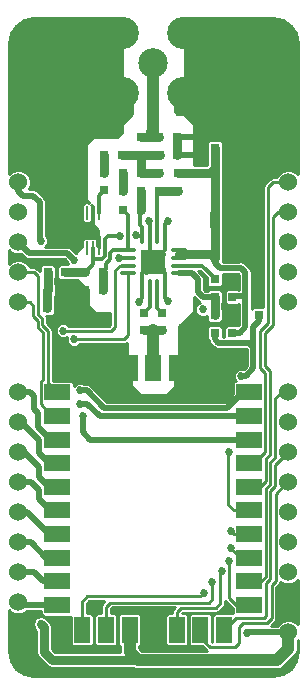
<source format=gtl>
%FSLAX46Y46*%
G04 Gerber Fmt 4.6, Leading zero omitted, Abs format (unit mm)*
G04 Created by KiCad (PCBNEW (2014-jul-16 BZR unknown)-product) date Fri 13 Mar 2015 08:43:45 PM CET*
%MOMM*%
G01*
G04 APERTURE LIST*
%ADD10C,0.150000*%
%ADD11R,0.889000X1.397000*%
%ADD12R,0.762000X0.787400*%
%ADD13R,0.787400X0.762000*%
%ADD14O,0.300000X1.500760*%
%ADD15O,1.500760X0.300000*%
%ADD16R,2.000000X2.000000*%
%ADD17R,2.200000X1.400000*%
%ADD18R,1.400000X2.200000*%
%ADD19C,1.524000*%
%ADD20C,2.499360*%
%ADD21C,2.700020*%
%ADD22R,0.220000X1.200000*%
%ADD23C,0.685800*%
%ADD24C,0.254000*%
%ADD25C,0.508000*%
%ADD26C,0.762000*%
%ADD27C,0.304800*%
%ADD28C,1.016000*%
G04 APERTURE END LIST*
D10*
D11*
X204414300Y-62312960D03*
X202509300Y-62312960D03*
D12*
X198077000Y-71637300D03*
X198077000Y-70138700D03*
X196553000Y-71637300D03*
X196553000Y-70138700D03*
D13*
X202514380Y-65503200D03*
X204012980Y-65503200D03*
X202534700Y-64030000D03*
X204033300Y-64030000D03*
X202509300Y-70324120D03*
X204007900Y-70324120D03*
X194762300Y-61444280D03*
X196260900Y-61444280D03*
X202529620Y-60575600D03*
X204028220Y-60575600D03*
D12*
X197838240Y-59821220D03*
X197838240Y-58322620D03*
D13*
X202524540Y-59107480D03*
X204023140Y-59107480D03*
X196255820Y-59879640D03*
X194757220Y-59879640D03*
X202544860Y-56191560D03*
X204043460Y-56191560D03*
X199329300Y-55270000D03*
X197830700Y-55270000D03*
X202534700Y-57649520D03*
X204033300Y-57649520D03*
X199354620Y-56775760D03*
X197856020Y-56775760D03*
X204007900Y-71863360D03*
X202509300Y-71863360D03*
X204023140Y-68820440D03*
X202524540Y-68820440D03*
D12*
X199382560Y-58312460D03*
X199382560Y-59811060D03*
D13*
X196255820Y-58304840D03*
X194757220Y-58304840D03*
D12*
X196240000Y-56759300D03*
X196240000Y-55260700D03*
D13*
X204012980Y-67326920D03*
X202514380Y-67326920D03*
D12*
X206300000Y-70319300D03*
X206300000Y-68820700D03*
D14*
X198310320Y-63693940D03*
X197660320Y-63693940D03*
X197010320Y-63693940D03*
X196360320Y-63693940D03*
D15*
X195185700Y-64868560D03*
X195185700Y-65518560D03*
X195185700Y-66168560D03*
X195185700Y-66818560D03*
D14*
X196360320Y-67993180D03*
X197010320Y-67993180D03*
X197660320Y-67993180D03*
X198310320Y-67993180D03*
D15*
X199484940Y-66818560D03*
X199484940Y-66168560D03*
X199484940Y-65518560D03*
X199484940Y-64868560D03*
D16*
X197335320Y-65843560D03*
D17*
X189210000Y-76900000D03*
X189210000Y-78900000D03*
X189210000Y-80900000D03*
X189210000Y-82900000D03*
X189210000Y-84900000D03*
X189210000Y-86900000D03*
X189210000Y-88900000D03*
X189210000Y-90900000D03*
X189210000Y-92900000D03*
X189210000Y-94900000D03*
D18*
X191310000Y-97000000D03*
X193310000Y-97000000D03*
X195310000Y-97000000D03*
X197310000Y-97000000D03*
X199310000Y-97000000D03*
X201310000Y-97000000D03*
X203310000Y-97000000D03*
D17*
X205410000Y-94900000D03*
X205410000Y-92900000D03*
X205410000Y-90900000D03*
X205410000Y-88900000D03*
X205410000Y-86900000D03*
X205410000Y-84900000D03*
X205410000Y-82900000D03*
X205410000Y-80900000D03*
X205410000Y-78900000D03*
X205410000Y-76900000D03*
D18*
X203310000Y-74800000D03*
X201310000Y-74800000D03*
X199310000Y-74800000D03*
X197310000Y-74800000D03*
X195310000Y-74800000D03*
X193310000Y-74800000D03*
X191310000Y-74800000D03*
D19*
X185890000Y-59100000D03*
X185890000Y-61640000D03*
X185890000Y-64180000D03*
X185890000Y-66720000D03*
X185890000Y-69260000D03*
X185890000Y-76880000D03*
X185890000Y-79420000D03*
X185890000Y-81960000D03*
X185890000Y-84500000D03*
X185890000Y-87040000D03*
X185890000Y-89580000D03*
X185890000Y-92120000D03*
X185890000Y-94660000D03*
X185890000Y-97200000D03*
X208750000Y-59100000D03*
X208750000Y-61640000D03*
X208750000Y-64180000D03*
X208750000Y-66720000D03*
X208750000Y-69260000D03*
X208750000Y-76880000D03*
X208750000Y-79420000D03*
X208750000Y-81960000D03*
X208750000Y-84500000D03*
X208750000Y-87040000D03*
X208750000Y-89580000D03*
X208750000Y-92120000D03*
X208750000Y-94660000D03*
X208750000Y-97200000D03*
D20*
X197330000Y-48970000D03*
D21*
X199870000Y-46430000D03*
X194790000Y-46430000D03*
X194790000Y-51510000D03*
X199870000Y-51510000D03*
D13*
X194669300Y-56770000D03*
X193170700Y-56770000D03*
X188380700Y-68230000D03*
X189879300Y-68230000D03*
X191530700Y-66730000D03*
X193029300Y-66730000D03*
X188350700Y-69750000D03*
X189849300Y-69750000D03*
X193049300Y-68230000D03*
X191550700Y-68230000D03*
D12*
X193170000Y-59789300D03*
X193170000Y-58290700D03*
D13*
X188380700Y-66730000D03*
X189879300Y-66730000D03*
D22*
X192700000Y-61700000D03*
X192200000Y-61700000D03*
X191700000Y-61700000D03*
X191700000Y-64700000D03*
X192200000Y-64700000D03*
X192700000Y-64700000D03*
D23*
X201506000Y-69872000D03*
X202320000Y-92980000D03*
X207690000Y-57770000D03*
X207650000Y-54410000D03*
X203780000Y-54330000D03*
X203810000Y-50420000D03*
X207620000Y-50420000D03*
X207570000Y-46330000D03*
X203780000Y-46380000D03*
X190600000Y-62070000D03*
X190580000Y-58140000D03*
X186970000Y-58090000D03*
X186970000Y-54330000D03*
X190580000Y-54310000D03*
X190530000Y-50390000D03*
X186970000Y-50320000D03*
X186970000Y-46410000D03*
X190550000Y-46410000D03*
X206300000Y-67660000D03*
X192200000Y-63140000D03*
X201090000Y-55250000D03*
X201320000Y-76560000D03*
X199330000Y-76540000D03*
X195320000Y-76510000D03*
X193300000Y-76520000D03*
X197320000Y-95420000D03*
X197970320Y-66483640D03*
X196680000Y-66498880D03*
X196680000Y-65183160D03*
X197944920Y-65223800D03*
X197335320Y-65843560D03*
X203461800Y-70903240D03*
X205244880Y-56938320D03*
X205239800Y-58447080D03*
X205209320Y-59915200D03*
X205488720Y-62338360D03*
X205031520Y-64771680D03*
X203477040Y-67855240D03*
X201094520Y-56755440D03*
X196075480Y-69206520D03*
X198595160Y-69181120D03*
X196934000Y-62353600D03*
X198574840Y-62348520D03*
X205280000Y-97310000D03*
X204760000Y-75510000D03*
X187790000Y-96510000D03*
X188350700Y-68910000D03*
X203710000Y-81930000D03*
X203870000Y-88620000D03*
X190600000Y-72420000D03*
X190610000Y-65690000D03*
X191100000Y-76720000D03*
X203890000Y-90110000D03*
X203760000Y-91140000D03*
X201640000Y-93850000D03*
X189690000Y-71670000D03*
X191140000Y-77880000D03*
X194420000Y-65520000D03*
X187820000Y-64070000D03*
X191370000Y-78910000D03*
X203120000Y-92030000D03*
X195870000Y-63600000D03*
X194460000Y-63630000D03*
D24*
X193310000Y-97000000D02*
X193310000Y-95040000D01*
X202290000Y-93010000D02*
X202320000Y-92980000D01*
X202290000Y-94400000D02*
X202290000Y-93010000D01*
X202000000Y-94690000D02*
X202290000Y-94400000D01*
X193660000Y-94690000D02*
X202000000Y-94690000D01*
X193310000Y-95040000D02*
X193660000Y-94690000D01*
D25*
X203860000Y-54410000D02*
X207650000Y-54410000D01*
X203780000Y-54330000D02*
X203860000Y-54410000D01*
X207620000Y-50420000D02*
X203810000Y-50420000D01*
X203830000Y-46330000D02*
X207570000Y-46330000D01*
X203780000Y-46380000D02*
X203830000Y-46330000D01*
X194790000Y-46430000D02*
X190570000Y-46430000D01*
X190600000Y-58160000D02*
X190600000Y-62070000D01*
X190580000Y-58140000D02*
X190600000Y-58160000D01*
X186970000Y-54330000D02*
X186970000Y-58090000D01*
X190580000Y-50440000D02*
X190580000Y-54310000D01*
X190530000Y-50390000D02*
X190580000Y-50440000D01*
X186970000Y-46410000D02*
X186970000Y-50320000D01*
X190570000Y-46430000D02*
X190550000Y-46410000D01*
X206300000Y-68820700D02*
X206300000Y-67660000D01*
X199329300Y-55270000D02*
X201070000Y-55270000D01*
X201070000Y-55270000D02*
X201090000Y-55250000D01*
D26*
X199329300Y-55270000D02*
X199329300Y-56750440D01*
X199329300Y-56750440D02*
X199354620Y-56775760D01*
D25*
X201310000Y-74800000D02*
X201310000Y-76550000D01*
X201310000Y-76550000D02*
X201320000Y-76560000D01*
X199310000Y-74800000D02*
X199310000Y-76520000D01*
X199310000Y-76520000D02*
X199330000Y-76540000D01*
X195310000Y-74800000D02*
X195310000Y-76500000D01*
X195310000Y-76500000D02*
X195320000Y-76510000D01*
X193310000Y-74800000D02*
X193310000Y-76510000D01*
X193310000Y-76510000D02*
X193300000Y-76520000D01*
D26*
X197310000Y-97000000D02*
X197310000Y-95430000D01*
X197310000Y-95430000D02*
X197320000Y-95420000D01*
D24*
X192200000Y-61700000D02*
X192200000Y-63140000D01*
X192700000Y-63640000D02*
X192700000Y-64700000D01*
X192200000Y-63140000D02*
X192700000Y-63640000D01*
D26*
X189849300Y-69750000D02*
X189849300Y-68260000D01*
X189849300Y-68260000D02*
X189879300Y-68230000D01*
X189879300Y-68230000D02*
X191550700Y-68230000D01*
X197970320Y-66483640D02*
X197335320Y-65848640D01*
X197335320Y-65848640D02*
X197335320Y-65843560D01*
X196680000Y-66498880D02*
X197335320Y-65843560D01*
X196680000Y-65183160D02*
X197335320Y-65838480D01*
X197335320Y-65838480D02*
X197335320Y-65843560D01*
X197944920Y-65223800D02*
X197335320Y-65833400D01*
X197335320Y-65833400D02*
X197335320Y-65843560D01*
D27*
X198310320Y-67993180D02*
X198310320Y-66818560D01*
X198310320Y-66818560D02*
X197335320Y-65843560D01*
X196360320Y-67993180D02*
X196360320Y-66818560D01*
X196360320Y-66818560D02*
X197335320Y-65843560D01*
X198310320Y-63693940D02*
X198310320Y-64868560D01*
X198310320Y-64868560D02*
X197335320Y-65843560D01*
X197010320Y-63693940D02*
X197010320Y-65518560D01*
X197010320Y-65518560D02*
X197335320Y-65843560D01*
D26*
X204007900Y-70324120D02*
X204007900Y-70357140D01*
X204007900Y-70357140D02*
X203461800Y-70903240D01*
X204043460Y-56953560D02*
X205229640Y-56953560D01*
X205229640Y-56953560D02*
X205244880Y-56938320D01*
X204033300Y-58416600D02*
X205209320Y-58416600D01*
X205209320Y-58416600D02*
X205239800Y-58447080D01*
X204023140Y-59859320D02*
X205153440Y-59859320D01*
X205153440Y-59859320D02*
X205209320Y-59915200D01*
X204414300Y-62312960D02*
X205463320Y-62312960D01*
X205463320Y-62312960D02*
X205488720Y-62338360D01*
X204033300Y-64751360D02*
X205011200Y-64751360D01*
X205011200Y-64751360D02*
X205031520Y-64771680D01*
X204012980Y-67326920D02*
X204005360Y-67326920D01*
X204005360Y-67326920D02*
X203477040Y-67855240D01*
D25*
X199354620Y-56775760D02*
X201074200Y-56775760D01*
X201074200Y-56775760D02*
X201094520Y-56755440D01*
D27*
X196360320Y-67993180D02*
X196360320Y-68921680D01*
X196360320Y-68921680D02*
X196075480Y-69206520D01*
X198310320Y-67993180D02*
X198310320Y-68896280D01*
X198310320Y-68896280D02*
X198595160Y-69181120D01*
X197010320Y-63693940D02*
X197010320Y-62429920D01*
X197010320Y-62429920D02*
X196934000Y-62353600D01*
X198310320Y-63693940D02*
X198310320Y-62613040D01*
X198310320Y-62613040D02*
X198574840Y-62348520D01*
X198310320Y-67993180D02*
X198310320Y-68723560D01*
D26*
X204033300Y-64030000D02*
X204033300Y-64751360D01*
X204033300Y-64751360D02*
X204033300Y-65482880D01*
X204033300Y-65482880D02*
X204012980Y-65503200D01*
X204033300Y-65482880D02*
X204012980Y-65503200D01*
X204033300Y-64030000D02*
X204033300Y-62693960D01*
X204033300Y-62693960D02*
X204414300Y-62312960D01*
X204028220Y-60575600D02*
X204028220Y-61926880D01*
X204028220Y-61926880D02*
X204414300Y-62312960D01*
X204023140Y-59107480D02*
X204023140Y-59859320D01*
X204023140Y-59859320D02*
X204023140Y-60570520D01*
X204023140Y-60570520D02*
X204028220Y-60575600D01*
X204033300Y-57649520D02*
X204033300Y-58416600D01*
X204033300Y-58416600D02*
X204033300Y-59097320D01*
X204033300Y-59097320D02*
X204023140Y-59107480D01*
X204043460Y-56191560D02*
X204043460Y-56953560D01*
X204043460Y-56953560D02*
X204043460Y-57639360D01*
X204043460Y-57639360D02*
X204033300Y-57649520D01*
D25*
X202509300Y-71863360D02*
X202509300Y-72399300D01*
X205450000Y-72720000D02*
X205790000Y-73060000D01*
X202830000Y-72720000D02*
X205450000Y-72720000D01*
X202509300Y-72399300D02*
X202830000Y-72720000D01*
X206300000Y-70319300D02*
X206300000Y-70860000D01*
X205390000Y-97200000D02*
X208750000Y-97200000D01*
X205280000Y-97310000D02*
X205390000Y-97200000D01*
X205150000Y-75510000D02*
X204760000Y-75510000D01*
X205790000Y-74870000D02*
X205150000Y-75510000D01*
X205790000Y-71370000D02*
X205790000Y-73060000D01*
X205790000Y-73060000D02*
X205790000Y-74870000D01*
X206300000Y-70860000D02*
X205790000Y-71370000D01*
D26*
X188750000Y-99570000D02*
X196040000Y-99570000D01*
X188080000Y-98900000D02*
X188750000Y-99570000D01*
X188080000Y-96800000D02*
X188080000Y-98900000D01*
X187790000Y-96510000D02*
X188080000Y-96800000D01*
D28*
X195310000Y-97000000D02*
X195310000Y-98840000D01*
X195310000Y-98840000D02*
X196040000Y-99570000D01*
X208750000Y-98600000D02*
X208750000Y-97200000D01*
X196040000Y-99570000D02*
X207780000Y-99570000D01*
X207780000Y-99570000D02*
X208750000Y-98600000D01*
D26*
X188380700Y-68230000D02*
X188380700Y-66730000D01*
X188350700Y-69750000D02*
X188350700Y-68910000D01*
X188350700Y-68910000D02*
X188350700Y-68260000D01*
X188350700Y-68260000D02*
X188380700Y-68230000D01*
D25*
X205107720Y-68764560D02*
X204079020Y-68764560D01*
X204079020Y-68764560D02*
X204023140Y-68820440D01*
X205107720Y-66732560D02*
X205107720Y-68764560D01*
X205107720Y-68764560D02*
X205107720Y-71401080D01*
X204706400Y-66331240D02*
X205107720Y-66732560D01*
X204645440Y-71863360D02*
X204007900Y-71863360D01*
X205107720Y-71401080D02*
X204645440Y-71863360D01*
X202514380Y-65503200D02*
X202514380Y-65942620D01*
X202938560Y-66366800D02*
X204706400Y-66366800D01*
X202514380Y-65942620D02*
X202938560Y-66366800D01*
D24*
X202514380Y-65503200D02*
X202608360Y-65503200D01*
X203929160Y-68820440D02*
X204023140Y-68820440D01*
D26*
X199382560Y-58312460D02*
X202102900Y-58312460D01*
X202102900Y-58312460D02*
X202534700Y-57880660D01*
X202534700Y-57880660D02*
X202534700Y-57649520D01*
X199484940Y-65188240D02*
X202199420Y-65188240D01*
X202199420Y-65188240D02*
X202514380Y-65503200D01*
D27*
X199484940Y-65518560D02*
X199484940Y-65188240D01*
X199484940Y-65188240D02*
X199484940Y-64868560D01*
D26*
X202529620Y-60575600D02*
X202529620Y-62292640D01*
X202529620Y-62292640D02*
X202509300Y-62312960D01*
X202524540Y-59107480D02*
X202524540Y-60570520D01*
X202524540Y-60570520D02*
X202529620Y-60575600D01*
X202534700Y-57649520D02*
X202534700Y-59097320D01*
X202534700Y-59097320D02*
X202524540Y-59107480D01*
X202544860Y-56191560D02*
X202544860Y-57639360D01*
X202544860Y-57639360D02*
X202534700Y-57649520D01*
X202534700Y-64030000D02*
X202534700Y-62338360D01*
X202534700Y-62338360D02*
X202509300Y-62312960D01*
X202534700Y-64030000D02*
X202534700Y-65482880D01*
X202534700Y-65482880D02*
X202514380Y-65503200D01*
D28*
X197310000Y-74800000D02*
X197310000Y-71637300D01*
X197310000Y-71637300D02*
X197315000Y-71637300D01*
D26*
X196553000Y-71637300D02*
X197315000Y-71637300D01*
X197315000Y-71637300D02*
X198077000Y-71637300D01*
D27*
X197660320Y-67993180D02*
X197660320Y-69722020D01*
X197660320Y-69722020D02*
X198077000Y-70138700D01*
X197010320Y-67993180D02*
X197010320Y-69681380D01*
X197010320Y-69681380D02*
X196553000Y-70138700D01*
D26*
X202509300Y-70324120D02*
X202509300Y-68835680D01*
X202509300Y-68835680D02*
X202524540Y-68820440D01*
D25*
X199484940Y-66818560D02*
X200606480Y-66818560D01*
X201495840Y-68820440D02*
X202524540Y-68820440D01*
X201094520Y-68419120D02*
X201495840Y-68820440D01*
X201094520Y-67306600D02*
X201094520Y-68419120D01*
X200606480Y-66818560D02*
X201094520Y-67306600D01*
D27*
X197660320Y-63693940D02*
X197660320Y-59999140D01*
X197660320Y-59999140D02*
X197838240Y-59821220D01*
D26*
X197838240Y-59821220D02*
X199372400Y-59821220D01*
X199372400Y-59821220D02*
X199382560Y-59811060D01*
X194757220Y-58304840D02*
X194757220Y-59879640D01*
D25*
X197250000Y-54850000D02*
X197410700Y-54850000D01*
D28*
X197330000Y-54770000D02*
X197250000Y-54850000D01*
X197330000Y-48970000D02*
X197330000Y-54770000D01*
D25*
X197410700Y-54850000D02*
X197830700Y-55270000D01*
D26*
X196240000Y-55260700D02*
X197821400Y-55260700D01*
X197821400Y-55260700D02*
X197830700Y-55270000D01*
D27*
X199484940Y-66168560D02*
X201465240Y-66168560D01*
X201465240Y-66168560D02*
X202514380Y-67217700D01*
X202514380Y-67217700D02*
X202514380Y-67326920D01*
D24*
X205410000Y-86900000D02*
X204140000Y-86900000D01*
X203670000Y-81970000D02*
X203710000Y-81930000D01*
X203670000Y-86430000D02*
X203670000Y-81970000D01*
X204140000Y-86900000D02*
X203670000Y-86430000D01*
X205410000Y-86900000D02*
X206220000Y-86900000D01*
X205410000Y-88900000D02*
X204150000Y-88900000D01*
X204150000Y-88900000D02*
X203870000Y-88620000D01*
X205410000Y-88900000D02*
X205970000Y-88900000D01*
D25*
X185890000Y-79420000D02*
X186100000Y-79420000D01*
X186100000Y-79420000D02*
X187630000Y-80950000D01*
X187630000Y-80950000D02*
X187630000Y-82070000D01*
X187630000Y-82070000D02*
X188460000Y-82900000D01*
X188460000Y-82900000D02*
X189210000Y-82900000D01*
D24*
X188760000Y-82900000D02*
X189210000Y-82900000D01*
D25*
X185890000Y-76880000D02*
X186896598Y-76880000D01*
X187580000Y-79800000D02*
X188680000Y-80900000D01*
X187580000Y-78670000D02*
X187580000Y-79800000D01*
X187220000Y-78310000D02*
X187580000Y-78670000D01*
X187220000Y-77203402D02*
X187220000Y-78310000D01*
X186896598Y-76880000D02*
X187220000Y-77203402D01*
X188680000Y-80900000D02*
X189210000Y-80900000D01*
D24*
X188730000Y-80900000D02*
X189210000Y-80900000D01*
X185890000Y-69260000D02*
X186843598Y-69260000D01*
X187790000Y-77910000D02*
X188780000Y-78900000D01*
X187790000Y-75990000D02*
X187790000Y-77910000D01*
X187993598Y-75786402D02*
X187790000Y-75990000D01*
X187993598Y-71860000D02*
X187993598Y-75786402D01*
X187520000Y-71386402D02*
X187993598Y-71860000D01*
X187520000Y-70846402D02*
X187520000Y-71386402D01*
X187143598Y-70470000D02*
X187520000Y-70846402D01*
X187143598Y-69560000D02*
X187143598Y-70470000D01*
X186843598Y-69260000D02*
X187143598Y-69560000D01*
X188780000Y-78900000D02*
X189210000Y-78900000D01*
D25*
X185890000Y-69260000D02*
X185890000Y-69783950D01*
X188710000Y-78900000D02*
X189210000Y-78900000D01*
D24*
X185890000Y-66720000D02*
X187210000Y-66720000D01*
X188400000Y-76090000D02*
X189210000Y-76900000D01*
X188400000Y-71680000D02*
X188400000Y-76090000D01*
X187930000Y-71210000D02*
X188400000Y-71680000D01*
X187930000Y-70680000D02*
X187930000Y-71210000D01*
X187550000Y-70300000D02*
X187930000Y-70680000D01*
X187550000Y-67060000D02*
X187550000Y-70300000D01*
X187210000Y-66720000D02*
X187550000Y-67060000D01*
D25*
X189290000Y-76820000D02*
X189210000Y-76900000D01*
X191100000Y-76720000D02*
X191670000Y-76720000D01*
X203580402Y-78239598D02*
X204920000Y-76900000D01*
X193189598Y-78239598D02*
X203580402Y-78239598D01*
X191670000Y-76720000D02*
X193189598Y-78239598D01*
X204920000Y-76900000D02*
X205410000Y-76900000D01*
X188450000Y-65110000D02*
X190030000Y-65110000D01*
X190030000Y-65110000D02*
X190610000Y-65690000D01*
D24*
X195185700Y-70170000D02*
X195185700Y-72064300D01*
X194830000Y-72420000D02*
X190600000Y-72420000D01*
X195185700Y-72064300D02*
X194830000Y-72420000D01*
X195185700Y-66818560D02*
X195185700Y-70170000D01*
D25*
X185890000Y-64180000D02*
X186820000Y-65110000D01*
X188450000Y-65110000D02*
X186820000Y-65110000D01*
D24*
X203890000Y-90110000D02*
X204680000Y-90900000D01*
X204680000Y-90900000D02*
X205410000Y-90900000D01*
X205410000Y-90900000D02*
X205560000Y-90900000D01*
X206180000Y-90900000D02*
X205410000Y-90900000D01*
X206830000Y-86830000D02*
X206830000Y-92520000D01*
X206830000Y-92520000D02*
X206450000Y-92900000D01*
X206450000Y-92900000D02*
X205410000Y-92900000D01*
X207602804Y-77437196D02*
X208160000Y-76880000D01*
X207602804Y-82457196D02*
X207602804Y-77437196D01*
X207233772Y-82826228D02*
X207602804Y-82457196D01*
X207233772Y-84666228D02*
X207233772Y-82826228D01*
X206830000Y-85070000D02*
X207233772Y-84666228D01*
X206830000Y-86830000D02*
X206830000Y-85070000D01*
X208160000Y-76880000D02*
X208750000Y-76880000D01*
X205410000Y-94900000D02*
X204340000Y-94900000D01*
X204340000Y-94900000D02*
X203760000Y-94320000D01*
X203760000Y-94320000D02*
X203760000Y-91140000D01*
X205410000Y-94900000D02*
X205980000Y-94900000D01*
X191310000Y-97000000D02*
X191310000Y-94610000D01*
X201310000Y-94180000D02*
X201640000Y-93850000D01*
X191740000Y-94180000D02*
X201310000Y-94180000D01*
X191310000Y-94610000D02*
X191740000Y-94180000D01*
D26*
X193170000Y-58290700D02*
X193170000Y-56770700D01*
X193170000Y-56770700D02*
X193170700Y-56770000D01*
D25*
X185890000Y-81960000D02*
X186380000Y-81960000D01*
X186380000Y-81960000D02*
X187670000Y-83250000D01*
X187670000Y-83250000D02*
X187670000Y-84080000D01*
X187670000Y-84080000D02*
X188490000Y-84900000D01*
X188490000Y-84900000D02*
X189210000Y-84900000D01*
D24*
X188770000Y-84900000D02*
X189210000Y-84900000D01*
D25*
X185890000Y-84500000D02*
X186940000Y-84500000D01*
X187620000Y-85920000D02*
X188600000Y-86900000D01*
X187620000Y-85180000D02*
X187620000Y-85920000D01*
X186940000Y-84500000D02*
X187620000Y-85180000D01*
X188600000Y-86900000D02*
X189210000Y-86900000D01*
X185890000Y-87040000D02*
X186670000Y-87040000D01*
X186670000Y-87040000D02*
X188530000Y-88900000D01*
X188530000Y-88900000D02*
X189210000Y-88900000D01*
X185890000Y-89580000D02*
X186930000Y-89580000D01*
X186930000Y-89580000D02*
X188250000Y-90900000D01*
X188250000Y-90900000D02*
X189210000Y-90900000D01*
X185890000Y-92120000D02*
X187200000Y-92120000D01*
X187980000Y-92900000D02*
X189210000Y-92900000D01*
X187200000Y-92120000D02*
X187980000Y-92900000D01*
X189210000Y-94900000D02*
X186130000Y-94900000D01*
X186130000Y-94900000D02*
X185890000Y-94660000D01*
X205410000Y-78900000D02*
X192770000Y-78900000D01*
X192770000Y-78900000D02*
X191750000Y-77880000D01*
X189690000Y-71680000D02*
X189620000Y-71680000D01*
X189690000Y-71670000D02*
X189690000Y-71680000D01*
X191140000Y-77880000D02*
X191750000Y-77880000D01*
D24*
X195185700Y-66168560D02*
X194471440Y-66168560D01*
X194471440Y-66168560D02*
X194100000Y-66540000D01*
X193770000Y-71680000D02*
X189620000Y-71680000D01*
X194100000Y-71350000D02*
X193770000Y-71680000D01*
X194100000Y-66540000D02*
X194100000Y-71350000D01*
D25*
X204320000Y-78900000D02*
X205410000Y-78900000D01*
D24*
X195185700Y-65518560D02*
X194421440Y-65518560D01*
X194421440Y-65518560D02*
X194420000Y-65520000D01*
D25*
X205410000Y-80900000D02*
X192000000Y-80900000D01*
X185890000Y-59880000D02*
X185890000Y-59100000D01*
X186250000Y-60240000D02*
X185890000Y-59880000D01*
X187150000Y-60240000D02*
X186250000Y-60240000D01*
X187710000Y-60800000D02*
X187150000Y-60240000D01*
X187710000Y-63960000D02*
X187710000Y-60800000D01*
X187820000Y-64070000D02*
X187710000Y-63960000D01*
X191370000Y-80270000D02*
X191370000Y-78910000D01*
X192000000Y-80900000D02*
X191370000Y-80270000D01*
D24*
X206790000Y-75380000D02*
X206790000Y-75300000D01*
X206363598Y-71696402D02*
X206680000Y-71380000D01*
X206363598Y-74873598D02*
X206363598Y-71696402D01*
X206790000Y-75300000D02*
X206363598Y-74873598D01*
X206790000Y-76070000D02*
X206790000Y-75380000D01*
X206680000Y-71380000D02*
X206790000Y-71270000D01*
X205410000Y-82900000D02*
X205810000Y-82900000D01*
X205810000Y-82900000D02*
X206790000Y-81920000D01*
X206790000Y-81920000D02*
X206790000Y-76070000D01*
X206790000Y-71270000D02*
X207050000Y-71010000D01*
X207050000Y-71010000D02*
X207050000Y-59500000D01*
X207050000Y-59500000D02*
X207450000Y-59100000D01*
X207450000Y-59100000D02*
X208750000Y-59100000D01*
X206770000Y-71890000D02*
X206770000Y-74643598D01*
X207196402Y-75070000D02*
X207196402Y-75110000D01*
X206770000Y-74643598D02*
X207196402Y-75070000D01*
X207900000Y-61640000D02*
X208750000Y-61640000D01*
X207456402Y-62083598D02*
X207900000Y-61640000D01*
X207456402Y-71203598D02*
X207456402Y-62083598D01*
X206770000Y-71890000D02*
X207456402Y-71203598D01*
X205410000Y-84900000D02*
X206330000Y-84900000D01*
X206330000Y-84900000D02*
X206827370Y-84402630D01*
X206827370Y-84402630D02*
X206827370Y-82522630D01*
X206827370Y-82522630D02*
X207196402Y-82153598D01*
X207196402Y-82153598D02*
X207196402Y-75110000D01*
X199310000Y-97000000D02*
X199310000Y-95520000D01*
X203010000Y-92140000D02*
X203120000Y-92030000D01*
X203010000Y-94770000D02*
X203010000Y-92140000D01*
X202640000Y-95140000D02*
X203010000Y-94770000D01*
X199690000Y-95140000D02*
X202640000Y-95140000D01*
X199310000Y-95520000D02*
X199690000Y-95140000D01*
D26*
X196240000Y-56759300D02*
X194680000Y-56759300D01*
X194680000Y-56759300D02*
X194669300Y-56770000D01*
X196255820Y-58304840D02*
X196255820Y-56775120D01*
X196255820Y-56775120D02*
X196240000Y-56759300D01*
X196245660Y-56765600D02*
X196245660Y-58294680D01*
X196245660Y-58294680D02*
X196255820Y-58304840D01*
X197856020Y-56775760D02*
X196255820Y-56775760D01*
X196255820Y-56775760D02*
X196245660Y-56765600D01*
X197838240Y-56793540D02*
X197856020Y-56775760D01*
X196255820Y-58304840D02*
X197820460Y-58304840D01*
X197820460Y-58304840D02*
X197838240Y-58322620D01*
D27*
X192200000Y-65620000D02*
X193000000Y-65620000D01*
X195963940Y-63693940D02*
X196360320Y-63693940D01*
X195870000Y-63600000D02*
X195963940Y-63693940D01*
X193520000Y-63630000D02*
X194460000Y-63630000D01*
X193230000Y-63920000D02*
X193520000Y-63630000D01*
X193230000Y-65390000D02*
X193230000Y-63920000D01*
X193000000Y-65620000D02*
X193230000Y-65390000D01*
D26*
X191530700Y-66730000D02*
X189879300Y-66730000D01*
D27*
X192200000Y-64700000D02*
X192200000Y-65620000D01*
X192200000Y-65620000D02*
X192200000Y-66020000D01*
X192200000Y-66020000D02*
X191530700Y-66689300D01*
X191530700Y-66689300D02*
X191530700Y-66730000D01*
D24*
X192200000Y-66020000D02*
X191530700Y-66689300D01*
X191530700Y-66689300D02*
X191530700Y-66730000D01*
D27*
X196360320Y-63693940D02*
X196360320Y-62877200D01*
X196360320Y-62877200D02*
X196202480Y-62719360D01*
X196202480Y-62719360D02*
X196202480Y-61502700D01*
X196202480Y-61502700D02*
X196260900Y-61444280D01*
X196334560Y-61517940D02*
X196260900Y-61444280D01*
D26*
X196260900Y-61444280D02*
X196260900Y-59884720D01*
X196260900Y-59884720D02*
X196255820Y-59879640D01*
D27*
X196360320Y-61543700D02*
X196260900Y-61444280D01*
X195185700Y-64868560D02*
X193928642Y-64868560D01*
X193320000Y-65990000D02*
X193320000Y-66439300D01*
X193687202Y-65622798D02*
X193320000Y-65990000D01*
X193687202Y-65110000D02*
X193687202Y-65622798D01*
X193928642Y-64868560D02*
X193687202Y-65110000D01*
X193320000Y-66439300D02*
X193029300Y-66730000D01*
X193300000Y-66459300D02*
X193029300Y-66730000D01*
D26*
X193029300Y-66730000D02*
X193029300Y-68210000D01*
X193029300Y-68210000D02*
X193049300Y-68230000D01*
D27*
X195185700Y-64868560D02*
X195185700Y-61867680D01*
X195185700Y-61867680D02*
X194762300Y-61444280D01*
X192700000Y-61700000D02*
X192700000Y-60259300D01*
X192700000Y-60259300D02*
X193170000Y-59789300D01*
D24*
X203310000Y-97000000D02*
X203330000Y-97000000D01*
X203330000Y-97000000D02*
X204310000Y-96020000D01*
X204310000Y-96020000D02*
X206690000Y-96020000D01*
X206690000Y-96020000D02*
X206890000Y-95820000D01*
X206890000Y-95820000D02*
X206890000Y-93060000D01*
X206890000Y-93060000D02*
X207236402Y-92713598D01*
X207236402Y-92713598D02*
X207236402Y-85273598D01*
X207236402Y-85273598D02*
X207650000Y-84860000D01*
X207650000Y-84860000D02*
X207650000Y-83020000D01*
X207650000Y-83020000D02*
X208710000Y-81960000D01*
X208710000Y-81960000D02*
X208750000Y-81960000D01*
X201310000Y-97000000D02*
X201310000Y-97660000D01*
X201310000Y-97660000D02*
X202120000Y-98470000D01*
X202120000Y-98470000D02*
X204220000Y-98470000D01*
X204220000Y-98470000D02*
X204550000Y-98140000D01*
X204550000Y-98140000D02*
X204550000Y-96756402D01*
X204550000Y-96756402D02*
X204880000Y-96426402D01*
X204880000Y-96426402D02*
X206923598Y-96426402D01*
X206923598Y-96426402D02*
X207330000Y-96020000D01*
X207330000Y-96020000D02*
X207330000Y-93230000D01*
X207330000Y-93230000D02*
X207670000Y-92890000D01*
X207670000Y-92890000D02*
X207670000Y-85510000D01*
X207670000Y-85510000D02*
X208680000Y-84500000D01*
X208680000Y-84500000D02*
X208750000Y-84500000D01*
G36*
X195503000Y-53337395D02*
X194653000Y-54187395D01*
X194653000Y-54927395D01*
X194267395Y-55313000D01*
X192610000Y-55313000D01*
X192187395Y-55313000D01*
X191613000Y-55887395D01*
X191613000Y-60552605D01*
X191891897Y-60831502D01*
X191865576Y-60820600D01*
X191754424Y-60820600D01*
X191534424Y-60820600D01*
X191431733Y-60863136D01*
X191353136Y-60941733D01*
X191310600Y-61044424D01*
X191310600Y-61155576D01*
X191310600Y-62355576D01*
X191353136Y-62458267D01*
X191431733Y-62536864D01*
X191534424Y-62579400D01*
X191645576Y-62579400D01*
X191865576Y-62579400D01*
X191968267Y-62536864D01*
X192046864Y-62458267D01*
X192089400Y-62355576D01*
X192089400Y-62244424D01*
X192089400Y-61044424D01*
X192078497Y-61018102D01*
X192183000Y-61122605D01*
X192183000Y-62712605D01*
X192600197Y-63129803D01*
X192653000Y-63182605D01*
X192653000Y-64593000D01*
X192610516Y-64593000D01*
X192598931Y-64534757D01*
X192589400Y-64520492D01*
X192589400Y-64044424D01*
X192546864Y-63941733D01*
X192468267Y-63863136D01*
X192365576Y-63820600D01*
X192254424Y-63820600D01*
X192034424Y-63820600D01*
X191950000Y-63855569D01*
X191865576Y-63820600D01*
X191754424Y-63820600D01*
X191534424Y-63820600D01*
X191431733Y-63863136D01*
X191353136Y-63941733D01*
X191310600Y-64044424D01*
X191310600Y-64155576D01*
X191310600Y-64593000D01*
X191207395Y-64593000D01*
X190737368Y-65063026D01*
X190407171Y-64732829D01*
X190234123Y-64617203D01*
X190030000Y-64576600D01*
X188450000Y-64576600D01*
X188193349Y-64576600D01*
X188347253Y-64422965D01*
X188442192Y-64194326D01*
X188442408Y-63946760D01*
X188347868Y-63717956D01*
X188243400Y-63613305D01*
X188243400Y-60800005D01*
X188243400Y-60800000D01*
X188243401Y-60800000D01*
X188202797Y-60595877D01*
X188087171Y-60422830D01*
X188087171Y-60422829D01*
X188087167Y-60422826D01*
X187527171Y-59862829D01*
X187354123Y-59747203D01*
X187150000Y-59706600D01*
X186756389Y-59706600D01*
X186772341Y-59690676D01*
X186931219Y-59308056D01*
X186931580Y-58893762D01*
X186773371Y-58510865D01*
X186480676Y-58217659D01*
X186098056Y-58058781D01*
X185683762Y-58058420D01*
X185300865Y-58216629D01*
X185089900Y-58427226D01*
X185089900Y-57960000D01*
X185087910Y-57950000D01*
X185089900Y-57940000D01*
X185089900Y-50790000D01*
X185089900Y-50780000D01*
X185089900Y-50300000D01*
X185087910Y-50290000D01*
X185089900Y-50280000D01*
X185089900Y-47316281D01*
X185252937Y-46496636D01*
X185691011Y-45841011D01*
X186346637Y-45402937D01*
X187166281Y-45239900D01*
X194673000Y-45239900D01*
X194673000Y-51602605D01*
X195503000Y-52432605D01*
X195503000Y-53337395D01*
X195503000Y-53337395D01*
G37*
X195503000Y-53337395D02*
X194653000Y-54187395D01*
X194653000Y-54927395D01*
X194267395Y-55313000D01*
X192610000Y-55313000D01*
X192187395Y-55313000D01*
X191613000Y-55887395D01*
X191613000Y-60552605D01*
X191891897Y-60831502D01*
X191865576Y-60820600D01*
X191754424Y-60820600D01*
X191534424Y-60820600D01*
X191431733Y-60863136D01*
X191353136Y-60941733D01*
X191310600Y-61044424D01*
X191310600Y-61155576D01*
X191310600Y-62355576D01*
X191353136Y-62458267D01*
X191431733Y-62536864D01*
X191534424Y-62579400D01*
X191645576Y-62579400D01*
X191865576Y-62579400D01*
X191968267Y-62536864D01*
X192046864Y-62458267D01*
X192089400Y-62355576D01*
X192089400Y-62244424D01*
X192089400Y-61044424D01*
X192078497Y-61018102D01*
X192183000Y-61122605D01*
X192183000Y-62712605D01*
X192600197Y-63129803D01*
X192653000Y-63182605D01*
X192653000Y-64593000D01*
X192610516Y-64593000D01*
X192598931Y-64534757D01*
X192589400Y-64520492D01*
X192589400Y-64044424D01*
X192546864Y-63941733D01*
X192468267Y-63863136D01*
X192365576Y-63820600D01*
X192254424Y-63820600D01*
X192034424Y-63820600D01*
X191950000Y-63855569D01*
X191865576Y-63820600D01*
X191754424Y-63820600D01*
X191534424Y-63820600D01*
X191431733Y-63863136D01*
X191353136Y-63941733D01*
X191310600Y-64044424D01*
X191310600Y-64155576D01*
X191310600Y-64593000D01*
X191207395Y-64593000D01*
X190737368Y-65063026D01*
X190407171Y-64732829D01*
X190234123Y-64617203D01*
X190030000Y-64576600D01*
X188450000Y-64576600D01*
X188193349Y-64576600D01*
X188347253Y-64422965D01*
X188442192Y-64194326D01*
X188442408Y-63946760D01*
X188347868Y-63717956D01*
X188243400Y-63613305D01*
X188243400Y-60800005D01*
X188243400Y-60800000D01*
X188243401Y-60800000D01*
X188202797Y-60595877D01*
X188087171Y-60422830D01*
X188087171Y-60422829D01*
X188087167Y-60422826D01*
X187527171Y-59862829D01*
X187354123Y-59747203D01*
X187150000Y-59706600D01*
X186756389Y-59706600D01*
X186772341Y-59690676D01*
X186931219Y-59308056D01*
X186931580Y-58893762D01*
X186773371Y-58510865D01*
X186480676Y-58217659D01*
X186098056Y-58058781D01*
X185683762Y-58058420D01*
X185300865Y-58216629D01*
X185089900Y-58427226D01*
X185089900Y-57960000D01*
X185087910Y-57950000D01*
X185089900Y-57940000D01*
X185089900Y-50790000D01*
X185089900Y-50780000D01*
X185089900Y-50300000D01*
X185087910Y-50290000D01*
X185089900Y-50280000D01*
X185089900Y-47316281D01*
X185252937Y-46496636D01*
X185691011Y-45841011D01*
X186346637Y-45402937D01*
X187166281Y-45239900D01*
X194673000Y-45239900D01*
X194673000Y-51602605D01*
X195503000Y-52432605D01*
X195503000Y-53337395D01*
G36*
X205256600Y-74649058D02*
X204978673Y-74926984D01*
X204884326Y-74887808D01*
X204636760Y-74887592D01*
X204407956Y-74982132D01*
X204232747Y-75157035D01*
X204137808Y-75385674D01*
X204137592Y-75633240D01*
X204232132Y-75862044D01*
X204290585Y-75920600D01*
X204254424Y-75920600D01*
X204151733Y-75963136D01*
X204073136Y-76041733D01*
X204030600Y-76144424D01*
X204030600Y-76255576D01*
X204030600Y-77035058D01*
X203359460Y-77706198D01*
X193410540Y-77706198D01*
X192047171Y-76342829D01*
X191874123Y-76227203D01*
X191670000Y-76186600D01*
X191438161Y-76186600D01*
X191224326Y-76097808D01*
X190976760Y-76097592D01*
X190747956Y-76192132D01*
X190589400Y-76350411D01*
X190589400Y-76144424D01*
X190546864Y-76041733D01*
X190468267Y-75963136D01*
X190365576Y-75920600D01*
X190254424Y-75920600D01*
X188806400Y-75920600D01*
X188806400Y-71680000D01*
X188775465Y-71524477D01*
X188687368Y-71392632D01*
X188336400Y-71041664D01*
X188336400Y-70680000D01*
X188305465Y-70524477D01*
X188229240Y-70410400D01*
X188350700Y-70410400D01*
X188799976Y-70410400D01*
X188902667Y-70367864D01*
X188981264Y-70289267D01*
X189023800Y-70186576D01*
X189023800Y-70075424D01*
X189023800Y-69313424D01*
X189011100Y-69282763D01*
X189011100Y-68910000D01*
X189011100Y-68769431D01*
X189011264Y-68769267D01*
X189053800Y-68666576D01*
X189053800Y-68555424D01*
X189053800Y-67793424D01*
X189041100Y-67762763D01*
X189041100Y-67197236D01*
X189053800Y-67166576D01*
X189053800Y-67055424D01*
X189053800Y-66293424D01*
X189011264Y-66190733D01*
X188932667Y-66112136D01*
X188829976Y-66069600D01*
X188718824Y-66069600D01*
X188380700Y-66069600D01*
X187931424Y-66069600D01*
X187828733Y-66112136D01*
X187750136Y-66190733D01*
X187707600Y-66293424D01*
X187707600Y-66404576D01*
X187707600Y-66642864D01*
X187497368Y-66432632D01*
X187365523Y-66344535D01*
X187210000Y-66313600D01*
X186848875Y-66313600D01*
X186773371Y-66130865D01*
X186480676Y-65837659D01*
X186098056Y-65678781D01*
X185683762Y-65678420D01*
X185300865Y-65836629D01*
X185089900Y-66047226D01*
X185089900Y-64852551D01*
X185299324Y-65062341D01*
X185681944Y-65221219D01*
X186096238Y-65221580D01*
X186153555Y-65197896D01*
X186442826Y-65487167D01*
X186442829Y-65487171D01*
X186442830Y-65487171D01*
X186615877Y-65602797D01*
X186820000Y-65643401D01*
X186820000Y-65643400D01*
X186820005Y-65643400D01*
X188450000Y-65643400D01*
X189809058Y-65643400D01*
X189993713Y-65828055D01*
X190082132Y-66042044D01*
X190109639Y-66069600D01*
X189879300Y-66069600D01*
X189430024Y-66069600D01*
X189327333Y-66112136D01*
X189248736Y-66190733D01*
X189206200Y-66293424D01*
X189206200Y-66404576D01*
X189206200Y-67166576D01*
X189248736Y-67269267D01*
X189327333Y-67347864D01*
X189430024Y-67390400D01*
X189541176Y-67390400D01*
X189879300Y-67390400D01*
X190328576Y-67390400D01*
X190900794Y-67390400D01*
X191550197Y-68039803D01*
X191813000Y-68302605D01*
X191813000Y-69542605D01*
X192427395Y-70157000D01*
X193693600Y-70157000D01*
X193693600Y-71181663D01*
X193601663Y-71273600D01*
X190173589Y-71273600D01*
X190042965Y-71142747D01*
X189814326Y-71047808D01*
X189566760Y-71047592D01*
X189337956Y-71142132D01*
X189162747Y-71317035D01*
X189067808Y-71545674D01*
X189067592Y-71793240D01*
X189162132Y-72022044D01*
X189337035Y-72197253D01*
X189565674Y-72292192D01*
X189813240Y-72292408D01*
X190013527Y-72209650D01*
X189977808Y-72295674D01*
X189977592Y-72543240D01*
X190072132Y-72772044D01*
X190247035Y-72947253D01*
X190475674Y-73042192D01*
X190723240Y-73042408D01*
X190952044Y-72947868D01*
X191073724Y-72826400D01*
X194830000Y-72826400D01*
X194985522Y-72795465D01*
X194985523Y-72795465D01*
X195063000Y-72743695D01*
X195063000Y-75942605D01*
X196217395Y-77097000D01*
X198522605Y-77097000D01*
X199277000Y-76342605D01*
X199277000Y-74072605D01*
X199517000Y-73832605D01*
X199517000Y-71312605D01*
X200737000Y-70092605D01*
X200737000Y-68815942D01*
X201118669Y-69197611D01*
X201267648Y-69297155D01*
X201153956Y-69344132D01*
X200978747Y-69519035D01*
X200883808Y-69747674D01*
X200883592Y-69995240D01*
X200978132Y-70224044D01*
X201153035Y-70399253D01*
X201381674Y-70494192D01*
X201629240Y-70494408D01*
X201836200Y-70408893D01*
X201836200Y-70760696D01*
X201878736Y-70863387D01*
X201957333Y-70941984D01*
X202060024Y-70984520D01*
X202171176Y-70984520D01*
X202509300Y-70984520D01*
X202958576Y-70984520D01*
X203061267Y-70941984D01*
X203139864Y-70863387D01*
X203182400Y-70760696D01*
X203182400Y-70649544D01*
X203182400Y-69887544D01*
X203169700Y-69856883D01*
X203169700Y-69324469D01*
X203197640Y-69257016D01*
X203197640Y-69145864D01*
X203197640Y-68383864D01*
X203155104Y-68281173D01*
X203076507Y-68202576D01*
X202973816Y-68160040D01*
X202862664Y-68160040D01*
X202524540Y-68160040D01*
X202075264Y-68160040D01*
X201972573Y-68202576D01*
X201893976Y-68281173D01*
X201891545Y-68287040D01*
X201716782Y-68287040D01*
X201627920Y-68198178D01*
X201627920Y-67306600D01*
X201587317Y-67102477D01*
X201471691Y-66929429D01*
X201142622Y-66600360D01*
X201286381Y-66600360D01*
X201841280Y-67155258D01*
X201841280Y-67763496D01*
X201883816Y-67866187D01*
X201962413Y-67944784D01*
X202065104Y-67987320D01*
X202176256Y-67987320D01*
X202963656Y-67987320D01*
X203066347Y-67944784D01*
X203144944Y-67866187D01*
X203187480Y-67763496D01*
X203187480Y-67652344D01*
X203187480Y-66900200D01*
X204521018Y-66900200D01*
X204574320Y-66953502D01*
X204574320Y-68202250D01*
X204472416Y-68160040D01*
X204361264Y-68160040D01*
X203573864Y-68160040D01*
X203471173Y-68202576D01*
X203392576Y-68281173D01*
X203350040Y-68383864D01*
X203350040Y-68495016D01*
X203350040Y-69257016D01*
X203392576Y-69359707D01*
X203471173Y-69438304D01*
X203573864Y-69480840D01*
X203685016Y-69480840D01*
X204472416Y-69480840D01*
X204574320Y-69438629D01*
X204574320Y-71180138D01*
X204523871Y-71230586D01*
X204457176Y-71202960D01*
X204346024Y-71202960D01*
X203558624Y-71202960D01*
X203455933Y-71245496D01*
X203377336Y-71324093D01*
X203334800Y-71426784D01*
X203334800Y-71537936D01*
X203334800Y-72186600D01*
X203182400Y-72186600D01*
X203182400Y-71426784D01*
X203139864Y-71324093D01*
X203061267Y-71245496D01*
X202958576Y-71202960D01*
X202847424Y-71202960D01*
X202060024Y-71202960D01*
X201957333Y-71245496D01*
X201878736Y-71324093D01*
X201836200Y-71426784D01*
X201836200Y-71537936D01*
X201836200Y-72299936D01*
X201878736Y-72402627D01*
X201957333Y-72481224D01*
X201995326Y-72496961D01*
X202016503Y-72603423D01*
X202132129Y-72776471D01*
X202452829Y-73097171D01*
X202625876Y-73212797D01*
X202625877Y-73212797D01*
X202830000Y-73253400D01*
X205229058Y-73253400D01*
X205256600Y-73280941D01*
X205256600Y-74649058D01*
X205256600Y-74649058D01*
G37*
X205256600Y-74649058D02*
X204978673Y-74926984D01*
X204884326Y-74887808D01*
X204636760Y-74887592D01*
X204407956Y-74982132D01*
X204232747Y-75157035D01*
X204137808Y-75385674D01*
X204137592Y-75633240D01*
X204232132Y-75862044D01*
X204290585Y-75920600D01*
X204254424Y-75920600D01*
X204151733Y-75963136D01*
X204073136Y-76041733D01*
X204030600Y-76144424D01*
X204030600Y-76255576D01*
X204030600Y-77035058D01*
X203359460Y-77706198D01*
X193410540Y-77706198D01*
X192047171Y-76342829D01*
X191874123Y-76227203D01*
X191670000Y-76186600D01*
X191438161Y-76186600D01*
X191224326Y-76097808D01*
X190976760Y-76097592D01*
X190747956Y-76192132D01*
X190589400Y-76350411D01*
X190589400Y-76144424D01*
X190546864Y-76041733D01*
X190468267Y-75963136D01*
X190365576Y-75920600D01*
X190254424Y-75920600D01*
X188806400Y-75920600D01*
X188806400Y-71680000D01*
X188775465Y-71524477D01*
X188687368Y-71392632D01*
X188336400Y-71041664D01*
X188336400Y-70680000D01*
X188305465Y-70524477D01*
X188229240Y-70410400D01*
X188350700Y-70410400D01*
X188799976Y-70410400D01*
X188902667Y-70367864D01*
X188981264Y-70289267D01*
X189023800Y-70186576D01*
X189023800Y-70075424D01*
X189023800Y-69313424D01*
X189011100Y-69282763D01*
X189011100Y-68910000D01*
X189011100Y-68769431D01*
X189011264Y-68769267D01*
X189053800Y-68666576D01*
X189053800Y-68555424D01*
X189053800Y-67793424D01*
X189041100Y-67762763D01*
X189041100Y-67197236D01*
X189053800Y-67166576D01*
X189053800Y-67055424D01*
X189053800Y-66293424D01*
X189011264Y-66190733D01*
X188932667Y-66112136D01*
X188829976Y-66069600D01*
X188718824Y-66069600D01*
X188380700Y-66069600D01*
X187931424Y-66069600D01*
X187828733Y-66112136D01*
X187750136Y-66190733D01*
X187707600Y-66293424D01*
X187707600Y-66404576D01*
X187707600Y-66642864D01*
X187497368Y-66432632D01*
X187365523Y-66344535D01*
X187210000Y-66313600D01*
X186848875Y-66313600D01*
X186773371Y-66130865D01*
X186480676Y-65837659D01*
X186098056Y-65678781D01*
X185683762Y-65678420D01*
X185300865Y-65836629D01*
X185089900Y-66047226D01*
X185089900Y-64852551D01*
X185299324Y-65062341D01*
X185681944Y-65221219D01*
X186096238Y-65221580D01*
X186153555Y-65197896D01*
X186442826Y-65487167D01*
X186442829Y-65487171D01*
X186442830Y-65487171D01*
X186615877Y-65602797D01*
X186820000Y-65643401D01*
X186820000Y-65643400D01*
X186820005Y-65643400D01*
X188450000Y-65643400D01*
X189809058Y-65643400D01*
X189993713Y-65828055D01*
X190082132Y-66042044D01*
X190109639Y-66069600D01*
X189879300Y-66069600D01*
X189430024Y-66069600D01*
X189327333Y-66112136D01*
X189248736Y-66190733D01*
X189206200Y-66293424D01*
X189206200Y-66404576D01*
X189206200Y-67166576D01*
X189248736Y-67269267D01*
X189327333Y-67347864D01*
X189430024Y-67390400D01*
X189541176Y-67390400D01*
X189879300Y-67390400D01*
X190328576Y-67390400D01*
X190900794Y-67390400D01*
X191550197Y-68039803D01*
X191813000Y-68302605D01*
X191813000Y-69542605D01*
X192427395Y-70157000D01*
X193693600Y-70157000D01*
X193693600Y-71181663D01*
X193601663Y-71273600D01*
X190173589Y-71273600D01*
X190042965Y-71142747D01*
X189814326Y-71047808D01*
X189566760Y-71047592D01*
X189337956Y-71142132D01*
X189162747Y-71317035D01*
X189067808Y-71545674D01*
X189067592Y-71793240D01*
X189162132Y-72022044D01*
X189337035Y-72197253D01*
X189565674Y-72292192D01*
X189813240Y-72292408D01*
X190013527Y-72209650D01*
X189977808Y-72295674D01*
X189977592Y-72543240D01*
X190072132Y-72772044D01*
X190247035Y-72947253D01*
X190475674Y-73042192D01*
X190723240Y-73042408D01*
X190952044Y-72947868D01*
X191073724Y-72826400D01*
X194830000Y-72826400D01*
X194985522Y-72795465D01*
X194985523Y-72795465D01*
X195063000Y-72743695D01*
X195063000Y-75942605D01*
X196217395Y-77097000D01*
X198522605Y-77097000D01*
X199277000Y-76342605D01*
X199277000Y-74072605D01*
X199517000Y-73832605D01*
X199517000Y-71312605D01*
X200737000Y-70092605D01*
X200737000Y-68815942D01*
X201118669Y-69197611D01*
X201267648Y-69297155D01*
X201153956Y-69344132D01*
X200978747Y-69519035D01*
X200883808Y-69747674D01*
X200883592Y-69995240D01*
X200978132Y-70224044D01*
X201153035Y-70399253D01*
X201381674Y-70494192D01*
X201629240Y-70494408D01*
X201836200Y-70408893D01*
X201836200Y-70760696D01*
X201878736Y-70863387D01*
X201957333Y-70941984D01*
X202060024Y-70984520D01*
X202171176Y-70984520D01*
X202509300Y-70984520D01*
X202958576Y-70984520D01*
X203061267Y-70941984D01*
X203139864Y-70863387D01*
X203182400Y-70760696D01*
X203182400Y-70649544D01*
X203182400Y-69887544D01*
X203169700Y-69856883D01*
X203169700Y-69324469D01*
X203197640Y-69257016D01*
X203197640Y-69145864D01*
X203197640Y-68383864D01*
X203155104Y-68281173D01*
X203076507Y-68202576D01*
X202973816Y-68160040D01*
X202862664Y-68160040D01*
X202524540Y-68160040D01*
X202075264Y-68160040D01*
X201972573Y-68202576D01*
X201893976Y-68281173D01*
X201891545Y-68287040D01*
X201716782Y-68287040D01*
X201627920Y-68198178D01*
X201627920Y-67306600D01*
X201587317Y-67102477D01*
X201471691Y-66929429D01*
X201142622Y-66600360D01*
X201286381Y-66600360D01*
X201841280Y-67155258D01*
X201841280Y-67763496D01*
X201883816Y-67866187D01*
X201962413Y-67944784D01*
X202065104Y-67987320D01*
X202176256Y-67987320D01*
X202963656Y-67987320D01*
X203066347Y-67944784D01*
X203144944Y-67866187D01*
X203187480Y-67763496D01*
X203187480Y-67652344D01*
X203187480Y-66900200D01*
X204521018Y-66900200D01*
X204574320Y-66953502D01*
X204574320Y-68202250D01*
X204472416Y-68160040D01*
X204361264Y-68160040D01*
X203573864Y-68160040D01*
X203471173Y-68202576D01*
X203392576Y-68281173D01*
X203350040Y-68383864D01*
X203350040Y-68495016D01*
X203350040Y-69257016D01*
X203392576Y-69359707D01*
X203471173Y-69438304D01*
X203573864Y-69480840D01*
X203685016Y-69480840D01*
X204472416Y-69480840D01*
X204574320Y-69438629D01*
X204574320Y-71180138D01*
X204523871Y-71230586D01*
X204457176Y-71202960D01*
X204346024Y-71202960D01*
X203558624Y-71202960D01*
X203455933Y-71245496D01*
X203377336Y-71324093D01*
X203334800Y-71426784D01*
X203334800Y-71537936D01*
X203334800Y-72186600D01*
X203182400Y-72186600D01*
X203182400Y-71426784D01*
X203139864Y-71324093D01*
X203061267Y-71245496D01*
X202958576Y-71202960D01*
X202847424Y-71202960D01*
X202060024Y-71202960D01*
X201957333Y-71245496D01*
X201878736Y-71324093D01*
X201836200Y-71426784D01*
X201836200Y-71537936D01*
X201836200Y-72299936D01*
X201878736Y-72402627D01*
X201957333Y-72481224D01*
X201995326Y-72496961D01*
X202016503Y-72603423D01*
X202132129Y-72776471D01*
X202452829Y-73097171D01*
X202625876Y-73212797D01*
X202625877Y-73212797D01*
X202830000Y-73253400D01*
X205229058Y-73253400D01*
X205256600Y-73280941D01*
X205256600Y-74649058D01*
G36*
X209550100Y-96527448D02*
X209340676Y-96317659D01*
X208958056Y-96158781D01*
X208543762Y-96158420D01*
X208160865Y-96316629D01*
X207867659Y-96609324D01*
X207843875Y-96666600D01*
X207258136Y-96666600D01*
X207617368Y-96307368D01*
X207705465Y-96175523D01*
X207736400Y-96020000D01*
X207736400Y-93398336D01*
X207957368Y-93177368D01*
X208045465Y-93045523D01*
X208045465Y-93045522D01*
X208071544Y-92914408D01*
X208159324Y-93002341D01*
X208541944Y-93161219D01*
X208956238Y-93161580D01*
X209339135Y-93003371D01*
X209550100Y-92792773D01*
X209550100Y-96527448D01*
X209550100Y-96527448D01*
G37*
X209550100Y-96527448D02*
X209340676Y-96317659D01*
X208958056Y-96158781D01*
X208543762Y-96158420D01*
X208160865Y-96316629D01*
X207867659Y-96609324D01*
X207843875Y-96666600D01*
X207258136Y-96666600D01*
X207617368Y-96307368D01*
X207705465Y-96175523D01*
X207736400Y-96020000D01*
X207736400Y-93398336D01*
X207957368Y-93177368D01*
X208045465Y-93045523D01*
X208045465Y-93045522D01*
X208071544Y-92914408D01*
X208159324Y-93002341D01*
X208541944Y-93161219D01*
X208956238Y-93161580D01*
X209339135Y-93003371D01*
X209550100Y-92792773D01*
X209550100Y-96527448D01*
G36*
X209552089Y-98510000D02*
X209550100Y-98520000D01*
X209550100Y-98833718D01*
X209387062Y-99653362D01*
X208948988Y-100308988D01*
X208293363Y-100747062D01*
X207473718Y-100910100D01*
X187166281Y-100910100D01*
X186346637Y-100747062D01*
X185691011Y-100308988D01*
X185252937Y-99653363D01*
X185089900Y-98833718D01*
X185089900Y-98610000D01*
X185089900Y-95332551D01*
X185299324Y-95542341D01*
X185681944Y-95701219D01*
X186096238Y-95701580D01*
X186479135Y-95543371D01*
X186589297Y-95433400D01*
X187830600Y-95433400D01*
X187830600Y-95655576D01*
X187873136Y-95758267D01*
X187951733Y-95836864D01*
X188054424Y-95879400D01*
X188165576Y-95879400D01*
X190330600Y-95879400D01*
X190330600Y-95955576D01*
X190330600Y-98155576D01*
X190373136Y-98258267D01*
X190451733Y-98336864D01*
X190554424Y-98379400D01*
X190665576Y-98379400D01*
X192065576Y-98379400D01*
X192168267Y-98336864D01*
X192246864Y-98258267D01*
X192289400Y-98155576D01*
X192289400Y-98044424D01*
X192289400Y-95844424D01*
X192246864Y-95741733D01*
X192168267Y-95663136D01*
X192065576Y-95620600D01*
X191954424Y-95620600D01*
X191716400Y-95620600D01*
X191716400Y-94778336D01*
X191908336Y-94586400D01*
X193188864Y-94586400D01*
X193022632Y-94752632D01*
X192934535Y-94884477D01*
X192903600Y-95040000D01*
X192903600Y-95620600D01*
X192554424Y-95620600D01*
X192451733Y-95663136D01*
X192373136Y-95741733D01*
X192330600Y-95844424D01*
X192330600Y-95955576D01*
X192330600Y-98155576D01*
X192373136Y-98258267D01*
X192451733Y-98336864D01*
X192554424Y-98379400D01*
X192665576Y-98379400D01*
X194065576Y-98379400D01*
X194168267Y-98336864D01*
X194246864Y-98258267D01*
X194289400Y-98155576D01*
X194289400Y-98044424D01*
X194289400Y-95844424D01*
X194246864Y-95741733D01*
X194168267Y-95663136D01*
X194065576Y-95620600D01*
X193954424Y-95620600D01*
X193716400Y-95620600D01*
X193716400Y-95208336D01*
X193828336Y-95096400D01*
X199158864Y-95096400D01*
X199022632Y-95232632D01*
X198934535Y-95364477D01*
X198903600Y-95520000D01*
X198903600Y-95620600D01*
X198554424Y-95620600D01*
X198451733Y-95663136D01*
X198373136Y-95741733D01*
X198330600Y-95844424D01*
X198330600Y-95955576D01*
X198330600Y-98155576D01*
X198373136Y-98258267D01*
X198451733Y-98336864D01*
X198554424Y-98379400D01*
X198665576Y-98379400D01*
X200065576Y-98379400D01*
X200168267Y-98336864D01*
X200246864Y-98258267D01*
X200289400Y-98155576D01*
X200289400Y-98044424D01*
X200289400Y-95844424D01*
X200246864Y-95741733D01*
X200168267Y-95663136D01*
X200065576Y-95620600D01*
X199954424Y-95620600D01*
X199784136Y-95620600D01*
X199858336Y-95546400D01*
X202640000Y-95546400D01*
X202795522Y-95515465D01*
X202795523Y-95515465D01*
X202927368Y-95427368D01*
X203297368Y-95057368D01*
X203385465Y-94925523D01*
X203385465Y-94925522D01*
X203416400Y-94770000D01*
X203416400Y-94523211D01*
X203472632Y-94607368D01*
X204030600Y-95165336D01*
X204030600Y-95620600D01*
X203954424Y-95620600D01*
X202554424Y-95620600D01*
X202451733Y-95663136D01*
X202373136Y-95741733D01*
X202330600Y-95844424D01*
X202330600Y-95955576D01*
X202330600Y-98063600D01*
X202289400Y-98063600D01*
X202289400Y-98044424D01*
X202289400Y-95844424D01*
X202246864Y-95741733D01*
X202168267Y-95663136D01*
X202065576Y-95620600D01*
X201954424Y-95620600D01*
X200554424Y-95620600D01*
X200451733Y-95663136D01*
X200373136Y-95741733D01*
X200330600Y-95844424D01*
X200330600Y-95955576D01*
X200330600Y-98155576D01*
X200373136Y-98258267D01*
X200451733Y-98336864D01*
X200554424Y-98379400D01*
X200665576Y-98379400D01*
X201454664Y-98379400D01*
X201832632Y-98757368D01*
X201870393Y-98782600D01*
X196366152Y-98782600D01*
X196097400Y-98513848D01*
X196097400Y-98366218D01*
X196168267Y-98336864D01*
X196246864Y-98258267D01*
X196289400Y-98155576D01*
X196289400Y-98044424D01*
X196289400Y-95844424D01*
X196246864Y-95741733D01*
X196168267Y-95663136D01*
X196065576Y-95620600D01*
X195954424Y-95620600D01*
X194554424Y-95620600D01*
X194451733Y-95663136D01*
X194373136Y-95741733D01*
X194330600Y-95844424D01*
X194330600Y-95955576D01*
X194330600Y-98155576D01*
X194373136Y-98258267D01*
X194451733Y-98336864D01*
X194522600Y-98366218D01*
X194522600Y-98840000D01*
X194536444Y-98909600D01*
X189023546Y-98909600D01*
X188740400Y-98626454D01*
X188740400Y-96800000D01*
X188690130Y-96547276D01*
X188546973Y-96333027D01*
X188256973Y-96043027D01*
X188042724Y-95899870D01*
X187790000Y-95849600D01*
X187537276Y-95899870D01*
X187323027Y-96043027D01*
X187179870Y-96257276D01*
X187129600Y-96510000D01*
X187179870Y-96762724D01*
X187323027Y-96976973D01*
X187419600Y-97073546D01*
X187419600Y-98900000D01*
X187469870Y-99152724D01*
X187613027Y-99366973D01*
X188283027Y-100036973D01*
X188497276Y-100180130D01*
X188750000Y-100230400D01*
X195638308Y-100230400D01*
X195738675Y-100297463D01*
X196040000Y-100357400D01*
X207780000Y-100357400D01*
X208081325Y-100297463D01*
X208336776Y-100126776D01*
X209306776Y-99156776D01*
X209477463Y-98901325D01*
X209537400Y-98600000D01*
X209537400Y-97885451D01*
X209550100Y-97872773D01*
X209550100Y-98500000D01*
X209552089Y-98510000D01*
X209552089Y-98510000D01*
G37*
X209552089Y-98510000D02*
X209550100Y-98520000D01*
X209550100Y-98833718D01*
X209387062Y-99653362D01*
X208948988Y-100308988D01*
X208293363Y-100747062D01*
X207473718Y-100910100D01*
X187166281Y-100910100D01*
X186346637Y-100747062D01*
X185691011Y-100308988D01*
X185252937Y-99653363D01*
X185089900Y-98833718D01*
X185089900Y-98610000D01*
X185089900Y-95332551D01*
X185299324Y-95542341D01*
X185681944Y-95701219D01*
X186096238Y-95701580D01*
X186479135Y-95543371D01*
X186589297Y-95433400D01*
X187830600Y-95433400D01*
X187830600Y-95655576D01*
X187873136Y-95758267D01*
X187951733Y-95836864D01*
X188054424Y-95879400D01*
X188165576Y-95879400D01*
X190330600Y-95879400D01*
X190330600Y-95955576D01*
X190330600Y-98155576D01*
X190373136Y-98258267D01*
X190451733Y-98336864D01*
X190554424Y-98379400D01*
X190665576Y-98379400D01*
X192065576Y-98379400D01*
X192168267Y-98336864D01*
X192246864Y-98258267D01*
X192289400Y-98155576D01*
X192289400Y-98044424D01*
X192289400Y-95844424D01*
X192246864Y-95741733D01*
X192168267Y-95663136D01*
X192065576Y-95620600D01*
X191954424Y-95620600D01*
X191716400Y-95620600D01*
X191716400Y-94778336D01*
X191908336Y-94586400D01*
X193188864Y-94586400D01*
X193022632Y-94752632D01*
X192934535Y-94884477D01*
X192903600Y-95040000D01*
X192903600Y-95620600D01*
X192554424Y-95620600D01*
X192451733Y-95663136D01*
X192373136Y-95741733D01*
X192330600Y-95844424D01*
X192330600Y-95955576D01*
X192330600Y-98155576D01*
X192373136Y-98258267D01*
X192451733Y-98336864D01*
X192554424Y-98379400D01*
X192665576Y-98379400D01*
X194065576Y-98379400D01*
X194168267Y-98336864D01*
X194246864Y-98258267D01*
X194289400Y-98155576D01*
X194289400Y-98044424D01*
X194289400Y-95844424D01*
X194246864Y-95741733D01*
X194168267Y-95663136D01*
X194065576Y-95620600D01*
X193954424Y-95620600D01*
X193716400Y-95620600D01*
X193716400Y-95208336D01*
X193828336Y-95096400D01*
X199158864Y-95096400D01*
X199022632Y-95232632D01*
X198934535Y-95364477D01*
X198903600Y-95520000D01*
X198903600Y-95620600D01*
X198554424Y-95620600D01*
X198451733Y-95663136D01*
X198373136Y-95741733D01*
X198330600Y-95844424D01*
X198330600Y-95955576D01*
X198330600Y-98155576D01*
X198373136Y-98258267D01*
X198451733Y-98336864D01*
X198554424Y-98379400D01*
X198665576Y-98379400D01*
X200065576Y-98379400D01*
X200168267Y-98336864D01*
X200246864Y-98258267D01*
X200289400Y-98155576D01*
X200289400Y-98044424D01*
X200289400Y-95844424D01*
X200246864Y-95741733D01*
X200168267Y-95663136D01*
X200065576Y-95620600D01*
X199954424Y-95620600D01*
X199784136Y-95620600D01*
X199858336Y-95546400D01*
X202640000Y-95546400D01*
X202795522Y-95515465D01*
X202795523Y-95515465D01*
X202927368Y-95427368D01*
X203297368Y-95057368D01*
X203385465Y-94925523D01*
X203385465Y-94925522D01*
X203416400Y-94770000D01*
X203416400Y-94523211D01*
X203472632Y-94607368D01*
X204030600Y-95165336D01*
X204030600Y-95620600D01*
X203954424Y-95620600D01*
X202554424Y-95620600D01*
X202451733Y-95663136D01*
X202373136Y-95741733D01*
X202330600Y-95844424D01*
X202330600Y-95955576D01*
X202330600Y-98063600D01*
X202289400Y-98063600D01*
X202289400Y-98044424D01*
X202289400Y-95844424D01*
X202246864Y-95741733D01*
X202168267Y-95663136D01*
X202065576Y-95620600D01*
X201954424Y-95620600D01*
X200554424Y-95620600D01*
X200451733Y-95663136D01*
X200373136Y-95741733D01*
X200330600Y-95844424D01*
X200330600Y-95955576D01*
X200330600Y-98155576D01*
X200373136Y-98258267D01*
X200451733Y-98336864D01*
X200554424Y-98379400D01*
X200665576Y-98379400D01*
X201454664Y-98379400D01*
X201832632Y-98757368D01*
X201870393Y-98782600D01*
X196366152Y-98782600D01*
X196097400Y-98513848D01*
X196097400Y-98366218D01*
X196168267Y-98336864D01*
X196246864Y-98258267D01*
X196289400Y-98155576D01*
X196289400Y-98044424D01*
X196289400Y-95844424D01*
X196246864Y-95741733D01*
X196168267Y-95663136D01*
X196065576Y-95620600D01*
X195954424Y-95620600D01*
X194554424Y-95620600D01*
X194451733Y-95663136D01*
X194373136Y-95741733D01*
X194330600Y-95844424D01*
X194330600Y-95955576D01*
X194330600Y-98155576D01*
X194373136Y-98258267D01*
X194451733Y-98336864D01*
X194522600Y-98366218D01*
X194522600Y-98840000D01*
X194536444Y-98909600D01*
X189023546Y-98909600D01*
X188740400Y-98626454D01*
X188740400Y-96800000D01*
X188690130Y-96547276D01*
X188546973Y-96333027D01*
X188256973Y-96043027D01*
X188042724Y-95899870D01*
X187790000Y-95849600D01*
X187537276Y-95899870D01*
X187323027Y-96043027D01*
X187179870Y-96257276D01*
X187129600Y-96510000D01*
X187179870Y-96762724D01*
X187323027Y-96976973D01*
X187419600Y-97073546D01*
X187419600Y-98900000D01*
X187469870Y-99152724D01*
X187613027Y-99366973D01*
X188283027Y-100036973D01*
X188497276Y-100180130D01*
X188750000Y-100230400D01*
X195638308Y-100230400D01*
X195738675Y-100297463D01*
X196040000Y-100357400D01*
X207780000Y-100357400D01*
X208081325Y-100297463D01*
X208336776Y-100126776D01*
X209306776Y-99156776D01*
X209477463Y-98901325D01*
X209537400Y-98600000D01*
X209537400Y-97885451D01*
X209550100Y-97872773D01*
X209550100Y-98500000D01*
X209552089Y-98510000D01*
G36*
X209558056Y-50260000D02*
X209550100Y-50300000D01*
X209550100Y-50749726D01*
X209540100Y-50800000D01*
X209550100Y-50850273D01*
X209550100Y-57940000D01*
X209550100Y-58427448D01*
X209340676Y-58217659D01*
X208958056Y-58058781D01*
X208543762Y-58058420D01*
X208160865Y-58216629D01*
X207867659Y-58509324D01*
X207791140Y-58693600D01*
X207450000Y-58693600D01*
X207294477Y-58724535D01*
X207162632Y-58812632D01*
X206762632Y-59212632D01*
X206674535Y-59344477D01*
X206643600Y-59500000D01*
X206643600Y-69646200D01*
X206625424Y-69646200D01*
X205863424Y-69646200D01*
X205760733Y-69688736D01*
X205682136Y-69767333D01*
X205641120Y-69866354D01*
X205641120Y-68764560D01*
X205641120Y-66732560D01*
X205600517Y-66528437D01*
X205484891Y-66355389D01*
X205083571Y-65954069D01*
X204910523Y-65838443D01*
X204706400Y-65797840D01*
X204527629Y-65833400D01*
X203187480Y-65833400D01*
X203187480Y-65828624D01*
X203187480Y-65521188D01*
X203195100Y-65482880D01*
X203195100Y-64497236D01*
X203207800Y-64466576D01*
X203207800Y-64355424D01*
X203207800Y-63593424D01*
X203195100Y-63562763D01*
X203195100Y-63159017D01*
X203233200Y-63067036D01*
X203233200Y-62955884D01*
X203233200Y-61558884D01*
X203190664Y-61456193D01*
X203190020Y-61455549D01*
X203190020Y-61042836D01*
X203202720Y-61012176D01*
X203202720Y-60901024D01*
X203202720Y-60139024D01*
X203184940Y-60096099D01*
X203184940Y-59574716D01*
X203197640Y-59544056D01*
X203197640Y-59432904D01*
X203197640Y-58670904D01*
X203195100Y-58664771D01*
X203195100Y-58116756D01*
X203207800Y-58086096D01*
X203207800Y-57974944D01*
X203207800Y-57212944D01*
X203205260Y-57206811D01*
X203205260Y-56658796D01*
X203217960Y-56628136D01*
X203217960Y-56516984D01*
X203217960Y-55754984D01*
X203175424Y-55652293D01*
X203096827Y-55573696D01*
X202994136Y-55531160D01*
X202882984Y-55531160D01*
X202544860Y-55531160D01*
X202095584Y-55531160D01*
X201992893Y-55573696D01*
X201914296Y-55652293D01*
X201871760Y-55754984D01*
X201871760Y-55866136D01*
X201871760Y-56628136D01*
X201884460Y-56658796D01*
X201884460Y-57157755D01*
X201861600Y-57212944D01*
X201861600Y-57324096D01*
X201861600Y-57619813D01*
X201829353Y-57652060D01*
X200737000Y-57652060D01*
X200737000Y-54157395D01*
X199882605Y-53303000D01*
X199342605Y-53303000D01*
X199127000Y-53087395D01*
X199127000Y-52592605D01*
X200027000Y-51692605D01*
X200027000Y-45239900D01*
X207483718Y-45239900D01*
X208299535Y-45402176D01*
X208951916Y-45838083D01*
X209387823Y-46490463D01*
X209550100Y-47306281D01*
X209550100Y-50220000D01*
X209558056Y-50260000D01*
X209558056Y-50260000D01*
G37*
X209558056Y-50260000D02*
X209550100Y-50300000D01*
X209550100Y-50749726D01*
X209540100Y-50800000D01*
X209550100Y-50850273D01*
X209550100Y-57940000D01*
X209550100Y-58427448D01*
X209340676Y-58217659D01*
X208958056Y-58058781D01*
X208543762Y-58058420D01*
X208160865Y-58216629D01*
X207867659Y-58509324D01*
X207791140Y-58693600D01*
X207450000Y-58693600D01*
X207294477Y-58724535D01*
X207162632Y-58812632D01*
X206762632Y-59212632D01*
X206674535Y-59344477D01*
X206643600Y-59500000D01*
X206643600Y-69646200D01*
X206625424Y-69646200D01*
X205863424Y-69646200D01*
X205760733Y-69688736D01*
X205682136Y-69767333D01*
X205641120Y-69866354D01*
X205641120Y-68764560D01*
X205641120Y-66732560D01*
X205600517Y-66528437D01*
X205484891Y-66355389D01*
X205083571Y-65954069D01*
X204910523Y-65838443D01*
X204706400Y-65797840D01*
X204527629Y-65833400D01*
X203187480Y-65833400D01*
X203187480Y-65828624D01*
X203187480Y-65521188D01*
X203195100Y-65482880D01*
X203195100Y-64497236D01*
X203207800Y-64466576D01*
X203207800Y-64355424D01*
X203207800Y-63593424D01*
X203195100Y-63562763D01*
X203195100Y-63159017D01*
X203233200Y-63067036D01*
X203233200Y-62955884D01*
X203233200Y-61558884D01*
X203190664Y-61456193D01*
X203190020Y-61455549D01*
X203190020Y-61042836D01*
X203202720Y-61012176D01*
X203202720Y-60901024D01*
X203202720Y-60139024D01*
X203184940Y-60096099D01*
X203184940Y-59574716D01*
X203197640Y-59544056D01*
X203197640Y-59432904D01*
X203197640Y-58670904D01*
X203195100Y-58664771D01*
X203195100Y-58116756D01*
X203207800Y-58086096D01*
X203207800Y-57974944D01*
X203207800Y-57212944D01*
X203205260Y-57206811D01*
X203205260Y-56658796D01*
X203217960Y-56628136D01*
X203217960Y-56516984D01*
X203217960Y-55754984D01*
X203175424Y-55652293D01*
X203096827Y-55573696D01*
X202994136Y-55531160D01*
X202882984Y-55531160D01*
X202544860Y-55531160D01*
X202095584Y-55531160D01*
X201992893Y-55573696D01*
X201914296Y-55652293D01*
X201871760Y-55754984D01*
X201871760Y-55866136D01*
X201871760Y-56628136D01*
X201884460Y-56658796D01*
X201884460Y-57157755D01*
X201861600Y-57212944D01*
X201861600Y-57324096D01*
X201861600Y-57619813D01*
X201829353Y-57652060D01*
X200737000Y-57652060D01*
X200737000Y-54157395D01*
X199882605Y-53303000D01*
X199342605Y-53303000D01*
X199127000Y-53087395D01*
X199127000Y-52592605D01*
X200027000Y-51692605D01*
X200027000Y-45239900D01*
X207483718Y-45239900D01*
X208299535Y-45402176D01*
X208951916Y-45838083D01*
X209387823Y-46490463D01*
X209550100Y-47306281D01*
X209550100Y-50220000D01*
X209558056Y-50260000D01*
M02*

</source>
